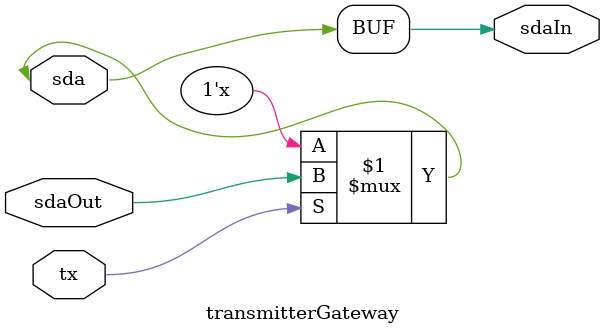
<source format=v>

module transmitterGateway(sdaIn, sdaOut, sda, tx);

inout sda;
input sdaOut,tx;
output sdaIn;


assign sda=tx?sdaOut:1'bz;
assign sdaIn = sda;

endmodule

</source>
